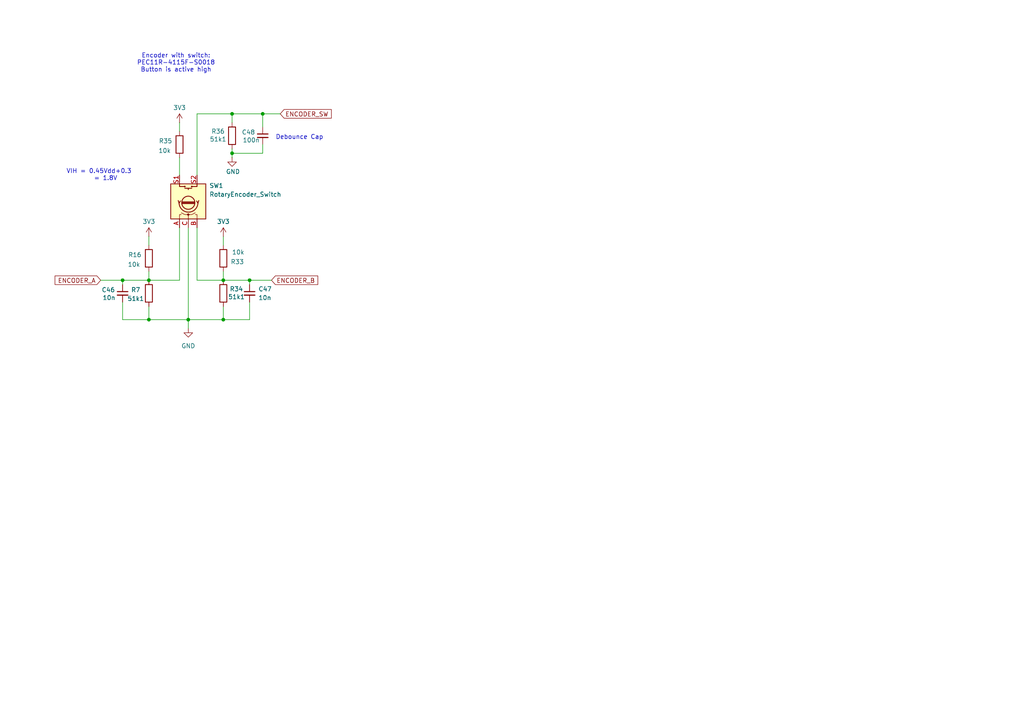
<source format=kicad_sch>
(kicad_sch
	(version 20231120)
	(generator "eeschema")
	(generator_version "8.0")
	(uuid "d34ee433-22cb-4a32-b7e4-88251cad530b")
	(paper "A4")
	(lib_symbols
		(symbol "Device:C_Small"
			(pin_numbers hide)
			(pin_names
				(offset 0.254) hide)
			(exclude_from_sim no)
			(in_bom yes)
			(on_board yes)
			(property "Reference" "C"
				(at 0.254 1.778 0)
				(effects
					(font
						(size 1.27 1.27)
					)
					(justify left)
				)
			)
			(property "Value" "C_Small"
				(at 0.254 -2.032 0)
				(effects
					(font
						(size 1.27 1.27)
					)
					(justify left)
				)
			)
			(property "Footprint" ""
				(at 0 0 0)
				(effects
					(font
						(size 1.27 1.27)
					)
					(hide yes)
				)
			)
			(property "Datasheet" "~"
				(at 0 0 0)
				(effects
					(font
						(size 1.27 1.27)
					)
					(hide yes)
				)
			)
			(property "Description" "Unpolarized capacitor, small symbol"
				(at 0 0 0)
				(effects
					(font
						(size 1.27 1.27)
					)
					(hide yes)
				)
			)
			(property "ki_keywords" "capacitor cap"
				(at 0 0 0)
				(effects
					(font
						(size 1.27 1.27)
					)
					(hide yes)
				)
			)
			(property "ki_fp_filters" "C_*"
				(at 0 0 0)
				(effects
					(font
						(size 1.27 1.27)
					)
					(hide yes)
				)
			)
			(symbol "C_Small_0_1"
				(polyline
					(pts
						(xy -1.524 -0.508) (xy 1.524 -0.508)
					)
					(stroke
						(width 0.3302)
						(type default)
					)
					(fill
						(type none)
					)
				)
				(polyline
					(pts
						(xy -1.524 0.508) (xy 1.524 0.508)
					)
					(stroke
						(width 0.3048)
						(type default)
					)
					(fill
						(type none)
					)
				)
			)
			(symbol "C_Small_1_1"
				(pin passive line
					(at 0 2.54 270)
					(length 2.032)
					(name "~"
						(effects
							(font
								(size 1.27 1.27)
							)
						)
					)
					(number "1"
						(effects
							(font
								(size 1.27 1.27)
							)
						)
					)
				)
				(pin passive line
					(at 0 -2.54 90)
					(length 2.032)
					(name "~"
						(effects
							(font
								(size 1.27 1.27)
							)
						)
					)
					(number "2"
						(effects
							(font
								(size 1.27 1.27)
							)
						)
					)
				)
			)
		)
		(symbol "Device:R"
			(pin_numbers hide)
			(pin_names
				(offset 0)
			)
			(exclude_from_sim no)
			(in_bom yes)
			(on_board yes)
			(property "Reference" "R"
				(at 2.032 0 90)
				(effects
					(font
						(size 1.27 1.27)
					)
				)
			)
			(property "Value" "R"
				(at 0 0 90)
				(effects
					(font
						(size 1.27 1.27)
					)
				)
			)
			(property "Footprint" ""
				(at -1.778 0 90)
				(effects
					(font
						(size 1.27 1.27)
					)
					(hide yes)
				)
			)
			(property "Datasheet" "~"
				(at 0 0 0)
				(effects
					(font
						(size 1.27 1.27)
					)
					(hide yes)
				)
			)
			(property "Description" "Resistor"
				(at 0 0 0)
				(effects
					(font
						(size 1.27 1.27)
					)
					(hide yes)
				)
			)
			(property "ki_keywords" "R res resistor"
				(at 0 0 0)
				(effects
					(font
						(size 1.27 1.27)
					)
					(hide yes)
				)
			)
			(property "ki_fp_filters" "R_*"
				(at 0 0 0)
				(effects
					(font
						(size 1.27 1.27)
					)
					(hide yes)
				)
			)
			(symbol "R_0_1"
				(rectangle
					(start -1.016 -2.54)
					(end 1.016 2.54)
					(stroke
						(width 0.254)
						(type default)
					)
					(fill
						(type none)
					)
				)
			)
			(symbol "R_1_1"
				(pin passive line
					(at 0 3.81 270)
					(length 1.27)
					(name "~"
						(effects
							(font
								(size 1.27 1.27)
							)
						)
					)
					(number "1"
						(effects
							(font
								(size 1.27 1.27)
							)
						)
					)
				)
				(pin passive line
					(at 0 -3.81 90)
					(length 1.27)
					(name "~"
						(effects
							(font
								(size 1.27 1.27)
							)
						)
					)
					(number "2"
						(effects
							(font
								(size 1.27 1.27)
							)
						)
					)
				)
			)
		)
		(symbol "Device:RotaryEncoder_Switch"
			(pin_names
				(offset 0.254) hide)
			(exclude_from_sim no)
			(in_bom yes)
			(on_board yes)
			(property "Reference" "SW"
				(at 0 6.604 0)
				(effects
					(font
						(size 1.27 1.27)
					)
				)
			)
			(property "Value" "RotaryEncoder_Switch"
				(at 0 -6.604 0)
				(effects
					(font
						(size 1.27 1.27)
					)
				)
			)
			(property "Footprint" ""
				(at -3.81 4.064 0)
				(effects
					(font
						(size 1.27 1.27)
					)
					(hide yes)
				)
			)
			(property "Datasheet" "~"
				(at 0 6.604 0)
				(effects
					(font
						(size 1.27 1.27)
					)
					(hide yes)
				)
			)
			(property "Description" "Rotary encoder, dual channel, incremental quadrate outputs, with switch"
				(at 0 0 0)
				(effects
					(font
						(size 1.27 1.27)
					)
					(hide yes)
				)
			)
			(property "ki_keywords" "rotary switch encoder switch push button"
				(at 0 0 0)
				(effects
					(font
						(size 1.27 1.27)
					)
					(hide yes)
				)
			)
			(property "ki_fp_filters" "RotaryEncoder*Switch*"
				(at 0 0 0)
				(effects
					(font
						(size 1.27 1.27)
					)
					(hide yes)
				)
			)
			(symbol "RotaryEncoder_Switch_0_1"
				(rectangle
					(start -5.08 5.08)
					(end 5.08 -5.08)
					(stroke
						(width 0.254)
						(type default)
					)
					(fill
						(type background)
					)
				)
				(circle
					(center -3.81 0)
					(radius 0.254)
					(stroke
						(width 0)
						(type default)
					)
					(fill
						(type outline)
					)
				)
				(circle
					(center -0.381 0)
					(radius 1.905)
					(stroke
						(width 0.254)
						(type default)
					)
					(fill
						(type none)
					)
				)
				(arc
					(start -0.381 2.667)
					(mid -3.0988 -0.0635)
					(end -0.381 -2.794)
					(stroke
						(width 0.254)
						(type default)
					)
					(fill
						(type none)
					)
				)
				(polyline
					(pts
						(xy -0.635 -1.778) (xy -0.635 1.778)
					)
					(stroke
						(width 0.254)
						(type default)
					)
					(fill
						(type none)
					)
				)
				(polyline
					(pts
						(xy -0.381 -1.778) (xy -0.381 1.778)
					)
					(stroke
						(width 0.254)
						(type default)
					)
					(fill
						(type none)
					)
				)
				(polyline
					(pts
						(xy -0.127 1.778) (xy -0.127 -1.778)
					)
					(stroke
						(width 0.254)
						(type default)
					)
					(fill
						(type none)
					)
				)
				(polyline
					(pts
						(xy 3.81 0) (xy 3.429 0)
					)
					(stroke
						(width 0.254)
						(type default)
					)
					(fill
						(type none)
					)
				)
				(polyline
					(pts
						(xy 3.81 1.016) (xy 3.81 -1.016)
					)
					(stroke
						(width 0.254)
						(type default)
					)
					(fill
						(type none)
					)
				)
				(polyline
					(pts
						(xy -5.08 -2.54) (xy -3.81 -2.54) (xy -3.81 -2.032)
					)
					(stroke
						(width 0)
						(type default)
					)
					(fill
						(type none)
					)
				)
				(polyline
					(pts
						(xy -5.08 2.54) (xy -3.81 2.54) (xy -3.81 2.032)
					)
					(stroke
						(width 0)
						(type default)
					)
					(fill
						(type none)
					)
				)
				(polyline
					(pts
						(xy 0.254 -3.048) (xy -0.508 -2.794) (xy 0.127 -2.413)
					)
					(stroke
						(width 0.254)
						(type default)
					)
					(fill
						(type none)
					)
				)
				(polyline
					(pts
						(xy 0.254 2.921) (xy -0.508 2.667) (xy 0.127 2.286)
					)
					(stroke
						(width 0.254)
						(type default)
					)
					(fill
						(type none)
					)
				)
				(polyline
					(pts
						(xy 5.08 -2.54) (xy 4.318 -2.54) (xy 4.318 -1.016)
					)
					(stroke
						(width 0.254)
						(type default)
					)
					(fill
						(type none)
					)
				)
				(polyline
					(pts
						(xy 5.08 2.54) (xy 4.318 2.54) (xy 4.318 1.016)
					)
					(stroke
						(width 0.254)
						(type default)
					)
					(fill
						(type none)
					)
				)
				(polyline
					(pts
						(xy -5.08 0) (xy -3.81 0) (xy -3.81 -1.016) (xy -3.302 -2.032)
					)
					(stroke
						(width 0)
						(type default)
					)
					(fill
						(type none)
					)
				)
				(polyline
					(pts
						(xy -4.318 0) (xy -3.81 0) (xy -3.81 1.016) (xy -3.302 2.032)
					)
					(stroke
						(width 0)
						(type default)
					)
					(fill
						(type none)
					)
				)
				(circle
					(center 4.318 -1.016)
					(radius 0.127)
					(stroke
						(width 0.254)
						(type default)
					)
					(fill
						(type none)
					)
				)
				(circle
					(center 4.318 1.016)
					(radius 0.127)
					(stroke
						(width 0.254)
						(type default)
					)
					(fill
						(type none)
					)
				)
			)
			(symbol "RotaryEncoder_Switch_1_1"
				(pin passive line
					(at -7.62 2.54 0)
					(length 2.54)
					(name "A"
						(effects
							(font
								(size 1.27 1.27)
							)
						)
					)
					(number "A"
						(effects
							(font
								(size 1.27 1.27)
							)
						)
					)
				)
				(pin passive line
					(at -7.62 -2.54 0)
					(length 2.54)
					(name "B"
						(effects
							(font
								(size 1.27 1.27)
							)
						)
					)
					(number "B"
						(effects
							(font
								(size 1.27 1.27)
							)
						)
					)
				)
				(pin passive line
					(at -7.62 0 0)
					(length 2.54)
					(name "C"
						(effects
							(font
								(size 1.27 1.27)
							)
						)
					)
					(number "C"
						(effects
							(font
								(size 1.27 1.27)
							)
						)
					)
				)
				(pin passive line
					(at 7.62 2.54 180)
					(length 2.54)
					(name "S1"
						(effects
							(font
								(size 1.27 1.27)
							)
						)
					)
					(number "S1"
						(effects
							(font
								(size 1.27 1.27)
							)
						)
					)
				)
				(pin passive line
					(at 7.62 -2.54 180)
					(length 2.54)
					(name "S2"
						(effects
							(font
								(size 1.27 1.27)
							)
						)
					)
					(number "S2"
						(effects
							(font
								(size 1.27 1.27)
							)
						)
					)
				)
			)
		)
		(symbol "power:+3.3V"
			(power)
			(pin_numbers hide)
			(pin_names
				(offset 0) hide)
			(exclude_from_sim no)
			(in_bom yes)
			(on_board yes)
			(property "Reference" "#PWR"
				(at 0 -3.81 0)
				(effects
					(font
						(size 1.27 1.27)
					)
					(hide yes)
				)
			)
			(property "Value" "+3.3V"
				(at 0 3.556 0)
				(effects
					(font
						(size 1.27 1.27)
					)
				)
			)
			(property "Footprint" ""
				(at 0 0 0)
				(effects
					(font
						(size 1.27 1.27)
					)
					(hide yes)
				)
			)
			(property "Datasheet" ""
				(at 0 0 0)
				(effects
					(font
						(size 1.27 1.27)
					)
					(hide yes)
				)
			)
			(property "Description" "Power symbol creates a global label with name \"+3.3V\""
				(at 0 0 0)
				(effects
					(font
						(size 1.27 1.27)
					)
					(hide yes)
				)
			)
			(property "ki_keywords" "global power"
				(at 0 0 0)
				(effects
					(font
						(size 1.27 1.27)
					)
					(hide yes)
				)
			)
			(symbol "+3.3V_0_1"
				(polyline
					(pts
						(xy -0.762 1.27) (xy 0 2.54)
					)
					(stroke
						(width 0)
						(type default)
					)
					(fill
						(type none)
					)
				)
				(polyline
					(pts
						(xy 0 0) (xy 0 2.54)
					)
					(stroke
						(width 0)
						(type default)
					)
					(fill
						(type none)
					)
				)
				(polyline
					(pts
						(xy 0 2.54) (xy 0.762 1.27)
					)
					(stroke
						(width 0)
						(type default)
					)
					(fill
						(type none)
					)
				)
			)
			(symbol "+3.3V_1_1"
				(pin power_in line
					(at 0 0 90)
					(length 0)
					(name "~"
						(effects
							(font
								(size 1.27 1.27)
							)
						)
					)
					(number "1"
						(effects
							(font
								(size 1.27 1.27)
							)
						)
					)
				)
			)
		)
		(symbol "power:GND"
			(power)
			(pin_numbers hide)
			(pin_names
				(offset 0) hide)
			(exclude_from_sim no)
			(in_bom yes)
			(on_board yes)
			(property "Reference" "#PWR"
				(at 0 -6.35 0)
				(effects
					(font
						(size 1.27 1.27)
					)
					(hide yes)
				)
			)
			(property "Value" "GND"
				(at 0 -3.81 0)
				(effects
					(font
						(size 1.27 1.27)
					)
				)
			)
			(property "Footprint" ""
				(at 0 0 0)
				(effects
					(font
						(size 1.27 1.27)
					)
					(hide yes)
				)
			)
			(property "Datasheet" ""
				(at 0 0 0)
				(effects
					(font
						(size 1.27 1.27)
					)
					(hide yes)
				)
			)
			(property "Description" "Power symbol creates a global label with name \"GND\" , ground"
				(at 0 0 0)
				(effects
					(font
						(size 1.27 1.27)
					)
					(hide yes)
				)
			)
			(property "ki_keywords" "global power"
				(at 0 0 0)
				(effects
					(font
						(size 1.27 1.27)
					)
					(hide yes)
				)
			)
			(symbol "GND_0_1"
				(polyline
					(pts
						(xy 0 0) (xy 0 -1.27) (xy 1.27 -1.27) (xy 0 -2.54) (xy -1.27 -1.27) (xy 0 -1.27)
					)
					(stroke
						(width 0)
						(type default)
					)
					(fill
						(type none)
					)
				)
			)
			(symbol "GND_1_1"
				(pin power_in line
					(at 0 0 270)
					(length 0)
					(name "~"
						(effects
							(font
								(size 1.27 1.27)
							)
						)
					)
					(number "1"
						(effects
							(font
								(size 1.27 1.27)
							)
						)
					)
				)
			)
		)
	)
	(junction
		(at 54.61 92.71)
		(diameter 0)
		(color 0 0 0 0)
		(uuid "2c6850a5-fc1f-4583-91a9-e9cb7677f442")
	)
	(junction
		(at 72.39 81.28)
		(diameter 0)
		(color 0 0 0 0)
		(uuid "51fe57c5-b6f5-4dca-be59-ceee8e982255")
	)
	(junction
		(at 64.77 81.28)
		(diameter 0)
		(color 0 0 0 0)
		(uuid "58558e82-da22-42cb-ab2e-b4fddae4d442")
	)
	(junction
		(at 67.31 44.45)
		(diameter 0)
		(color 0 0 0 0)
		(uuid "6ac7462b-9b4e-43ce-97cd-0bc550785589")
	)
	(junction
		(at 64.77 92.71)
		(diameter 0)
		(color 0 0 0 0)
		(uuid "6fcaaed7-a3fb-4ea4-873c-d3274a175b48")
	)
	(junction
		(at 43.18 92.71)
		(diameter 0)
		(color 0 0 0 0)
		(uuid "8e4b2986-7afa-437f-8603-f0390c7da2a3")
	)
	(junction
		(at 67.31 33.02)
		(diameter 0)
		(color 0 0 0 0)
		(uuid "a2cccc91-c071-4d95-a978-d1b1d6bd6b9e")
	)
	(junction
		(at 76.2 33.02)
		(diameter 0)
		(color 0 0 0 0)
		(uuid "b7571f8a-bf8b-488f-b544-f36046ccd684")
	)
	(junction
		(at 35.56 81.28)
		(diameter 0)
		(color 0 0 0 0)
		(uuid "e62549a8-862a-4f34-885c-0bfadcab1c00")
	)
	(junction
		(at 43.18 81.28)
		(diameter 0)
		(color 0 0 0 0)
		(uuid "e7451e03-93af-4b3a-b180-e3fbcb63b58b")
	)
	(wire
		(pts
			(xy 52.07 35.56) (xy 52.07 38.1)
		)
		(stroke
			(width 0)
			(type default)
		)
		(uuid "021df5df-b625-4631-a9ca-32a80ac04465")
	)
	(wire
		(pts
			(xy 64.77 81.28) (xy 72.39 81.28)
		)
		(stroke
			(width 0)
			(type default)
		)
		(uuid "16289668-7d90-4c5c-9570-0180a791f386")
	)
	(wire
		(pts
			(xy 52.07 66.04) (xy 52.07 81.28)
		)
		(stroke
			(width 0)
			(type default)
		)
		(uuid "1ccaa23e-17d1-4e96-954b-73f5c94a55ba")
	)
	(wire
		(pts
			(xy 67.31 44.45) (xy 76.2 44.45)
		)
		(stroke
			(width 0)
			(type default)
		)
		(uuid "1e043146-66b7-4066-b053-97d3e9dadaec")
	)
	(wire
		(pts
			(xy 43.18 88.9) (xy 43.18 92.71)
		)
		(stroke
			(width 0)
			(type default)
		)
		(uuid "243d5610-2e0b-4e5b-9649-771b7808711b")
	)
	(wire
		(pts
			(xy 35.56 92.71) (xy 43.18 92.71)
		)
		(stroke
			(width 0)
			(type default)
		)
		(uuid "3692f164-f2c8-4ac7-a910-ba8cae0c98c3")
	)
	(wire
		(pts
			(xy 72.39 87.63) (xy 72.39 92.71)
		)
		(stroke
			(width 0)
			(type default)
		)
		(uuid "38a433a6-cceb-4f42-93e2-69c1f77a86ad")
	)
	(wire
		(pts
			(xy 72.39 92.71) (xy 64.77 92.71)
		)
		(stroke
			(width 0)
			(type default)
		)
		(uuid "3e9d5cf3-7024-441d-a51b-cb68886d2e6b")
	)
	(wire
		(pts
			(xy 52.07 45.72) (xy 52.07 50.8)
		)
		(stroke
			(width 0)
			(type default)
		)
		(uuid "4100aee9-c9b8-4858-a904-7cdedc618c6e")
	)
	(wire
		(pts
			(xy 72.39 81.28) (xy 78.74 81.28)
		)
		(stroke
			(width 0)
			(type default)
		)
		(uuid "4376d32b-bdaa-4415-8abd-e7c235791134")
	)
	(wire
		(pts
			(xy 35.56 87.63) (xy 35.56 92.71)
		)
		(stroke
			(width 0)
			(type default)
		)
		(uuid "46a80237-7490-438d-91fd-3ecd180460c4")
	)
	(wire
		(pts
			(xy 52.07 81.28) (xy 43.18 81.28)
		)
		(stroke
			(width 0)
			(type default)
		)
		(uuid "5bab923c-bb69-45c7-bce7-b5e81e66546c")
	)
	(wire
		(pts
			(xy 64.77 88.9) (xy 64.77 92.71)
		)
		(stroke
			(width 0)
			(type default)
		)
		(uuid "60e7d8f2-bc55-4615-bb07-27381b1fff44")
	)
	(wire
		(pts
			(xy 29.21 81.28) (xy 35.56 81.28)
		)
		(stroke
			(width 0)
			(type default)
		)
		(uuid "7088ea22-0a04-444f-ad38-a3cdb8c711c1")
	)
	(wire
		(pts
			(xy 57.15 33.02) (xy 57.15 50.8)
		)
		(stroke
			(width 0)
			(type default)
		)
		(uuid "728a396a-4553-4eba-b674-0947e6029024")
	)
	(wire
		(pts
			(xy 35.56 81.28) (xy 43.18 81.28)
		)
		(stroke
			(width 0)
			(type default)
		)
		(uuid "7312affd-cd95-4adf-8c6e-33f7f50ef9d5")
	)
	(wire
		(pts
			(xy 67.31 33.02) (xy 57.15 33.02)
		)
		(stroke
			(width 0)
			(type default)
		)
		(uuid "75135fce-8d4f-49b7-a70b-d05eb80111ff")
	)
	(wire
		(pts
			(xy 72.39 82.55) (xy 72.39 81.28)
		)
		(stroke
			(width 0)
			(type default)
		)
		(uuid "756ed008-7539-47ae-938b-aa020a52b1eb")
	)
	(wire
		(pts
			(xy 67.31 35.56) (xy 67.31 33.02)
		)
		(stroke
			(width 0)
			(type default)
		)
		(uuid "763287fa-b13d-4d78-a8e6-829472362edf")
	)
	(wire
		(pts
			(xy 43.18 92.71) (xy 54.61 92.71)
		)
		(stroke
			(width 0)
			(type default)
		)
		(uuid "7a662953-3a15-45a2-b6ab-c86c16a29c9f")
	)
	(wire
		(pts
			(xy 67.31 44.45) (xy 67.31 45.72)
		)
		(stroke
			(width 0)
			(type default)
		)
		(uuid "7f6e4c6d-549b-4d38-a761-f7587b878d47")
	)
	(wire
		(pts
			(xy 67.31 33.02) (xy 76.2 33.02)
		)
		(stroke
			(width 0)
			(type default)
		)
		(uuid "85115ebe-28f5-4919-8883-46dedc0f310e")
	)
	(wire
		(pts
			(xy 43.18 78.74) (xy 43.18 81.28)
		)
		(stroke
			(width 0)
			(type default)
		)
		(uuid "8618ea38-61d1-49d0-9618-82df2df3e984")
	)
	(wire
		(pts
			(xy 76.2 33.02) (xy 81.28 33.02)
		)
		(stroke
			(width 0)
			(type default)
		)
		(uuid "88a305c4-5d28-4666-9948-47134097c5ad")
	)
	(wire
		(pts
			(xy 57.15 66.04) (xy 57.15 81.28)
		)
		(stroke
			(width 0)
			(type default)
		)
		(uuid "8a10e7ea-3d9f-4abc-b32f-823269af7945")
	)
	(wire
		(pts
			(xy 64.77 78.74) (xy 64.77 81.28)
		)
		(stroke
			(width 0)
			(type default)
		)
		(uuid "92e1e698-3444-4aeb-8aa8-055bee55f2b2")
	)
	(wire
		(pts
			(xy 54.61 92.71) (xy 64.77 92.71)
		)
		(stroke
			(width 0)
			(type default)
		)
		(uuid "96c75e6f-7236-4906-8622-7af6c215a5fd")
	)
	(wire
		(pts
			(xy 57.15 81.28) (xy 64.77 81.28)
		)
		(stroke
			(width 0)
			(type default)
		)
		(uuid "9e3bff76-93ab-4c50-9a69-e5f3e2ed7901")
	)
	(wire
		(pts
			(xy 67.31 43.18) (xy 67.31 44.45)
		)
		(stroke
			(width 0)
			(type default)
		)
		(uuid "a91f414d-84e6-4507-98dc-a50a9cb0426e")
	)
	(wire
		(pts
			(xy 54.61 66.04) (xy 54.61 92.71)
		)
		(stroke
			(width 0)
			(type default)
		)
		(uuid "aa330681-6e6d-472f-8c8e-42258d1dcc4f")
	)
	(wire
		(pts
			(xy 76.2 36.83) (xy 76.2 33.02)
		)
		(stroke
			(width 0)
			(type default)
		)
		(uuid "b1dada8d-db31-4fc5-aa48-2d85e8161bd1")
	)
	(wire
		(pts
			(xy 54.61 92.71) (xy 54.61 95.25)
		)
		(stroke
			(width 0)
			(type default)
		)
		(uuid "c870024c-5d00-4472-ac55-888ea9484b99")
	)
	(wire
		(pts
			(xy 76.2 41.91) (xy 76.2 44.45)
		)
		(stroke
			(width 0)
			(type default)
		)
		(uuid "c9093340-8c09-4b3f-88d7-2d633aa61872")
	)
	(wire
		(pts
			(xy 64.77 68.58) (xy 64.77 71.12)
		)
		(stroke
			(width 0)
			(type default)
		)
		(uuid "caf04c61-2b92-44c3-ae39-97c999665dcf")
	)
	(wire
		(pts
			(xy 35.56 82.55) (xy 35.56 81.28)
		)
		(stroke
			(width 0)
			(type default)
		)
		(uuid "f7800d43-cbe2-4e7c-ab91-6720c38e6556")
	)
	(wire
		(pts
			(xy 43.18 68.58) (xy 43.18 71.12)
		)
		(stroke
			(width 0)
			(type default)
		)
		(uuid "fd23cbc9-453b-40c3-b522-49479359d956")
	)
	(text "Encoder with switch:\nPEC11R-4115F-S0018\nButton is active high"
		(exclude_from_sim no)
		(at 51.054 18.288 0)
		(effects
			(font
				(size 1.27 1.27)
			)
		)
		(uuid "47286fc5-5400-4f13-8abf-468aec6658ad")
	)
	(text "Debounce Cap"
		(exclude_from_sim no)
		(at 86.868 39.878 0)
		(effects
			(font
				(size 1.27 1.27)
			)
		)
		(uuid "d8aedba0-4952-4890-8693-a5bdf4428c4c")
	)
	(text "VIH = 0.45Vdd+0.3\n    = 1.8V"
		(exclude_from_sim no)
		(at 28.702 50.8 0)
		(effects
			(font
				(size 1.27 1.27)
			)
		)
		(uuid "f5013b3a-702a-48d3-8ef6-8bf4fc702b15")
	)
	(global_label "ENCODER_A"
		(shape input)
		(at 29.21 81.28 180)
		(fields_autoplaced yes)
		(effects
			(font
				(size 1.27 1.27)
			)
			(justify right)
		)
		(uuid "1723247d-2fd3-48f5-a2ab-912354251fe8")
		(property "Intersheetrefs" "${INTERSHEET_REFS}"
			(at 15.3996 81.28 0)
			(effects
				(font
					(size 1.27 1.27)
				)
				(justify right)
				(hide yes)
			)
		)
	)
	(global_label "ENCODER_B"
		(shape input)
		(at 78.74 81.28 0)
		(fields_autoplaced yes)
		(effects
			(font
				(size 1.27 1.27)
			)
			(justify left)
		)
		(uuid "6f6eceb1-8fd2-4bab-9106-819f8190e000")
		(property "Intersheetrefs" "${INTERSHEET_REFS}"
			(at 92.7318 81.28 0)
			(effects
				(font
					(size 1.27 1.27)
				)
				(justify left)
				(hide yes)
			)
		)
	)
	(global_label "ENCODER_SW"
		(shape input)
		(at 81.28 33.02 0)
		(fields_autoplaced yes)
		(effects
			(font
				(size 1.27 1.27)
			)
			(justify left)
		)
		(uuid "86ba926f-7fd6-4ca0-b0bc-f8d066e417a3")
		(property "Intersheetrefs" "${INTERSHEET_REFS}"
			(at 96.6627 33.02 0)
			(effects
				(font
					(size 1.27 1.27)
				)
				(justify left)
				(hide yes)
			)
		)
	)
	(symbol
		(lib_id "Device:RotaryEncoder_Switch")
		(at 54.61 58.42 90)
		(unit 1)
		(exclude_from_sim no)
		(in_bom yes)
		(on_board yes)
		(dnp no)
		(uuid "03177e81-fb9f-42e0-9ccb-7494fbc0d381")
		(property "Reference" "SW1"
			(at 60.706 53.848 90)
			(effects
				(font
					(size 1.27 1.27)
				)
				(justify right)
			)
		)
		(property "Value" "RotaryEncoder_Switch"
			(at 60.706 56.388 90)
			(effects
				(font
					(size 1.27 1.27)
				)
				(justify right)
			)
		)
		(property "Footprint" ""
			(at 50.546 62.23 0)
			(effects
				(font
					(size 1.27 1.27)
				)
				(hide yes)
			)
		)
		(property "Datasheet" "~"
			(at 48.006 58.42 0)
			(effects
				(font
					(size 1.27 1.27)
				)
				(hide yes)
			)
		)
		(property "Description" "Rotary encoder, dual channel, incremental quadrate outputs, with switch"
			(at 54.61 58.42 0)
			(effects
				(font
					(size 1.27 1.27)
				)
				(hide yes)
			)
		)
		(pin "S2"
			(uuid "5ee38a65-8c22-459e-b27b-a4cb9fb1bd20")
		)
		(pin "A"
			(uuid "1fd162ed-c98f-42c4-aaa5-8f405a747fb8")
		)
		(pin "B"
			(uuid "5af72d79-7a6c-47bb-83a4-e43ab47fad27")
		)
		(pin "S1"
			(uuid "ae64eaa1-1d84-4caa-a419-8aad6bbc42d7")
		)
		(pin "C"
			(uuid "b89da952-d2a9-4f38-8cf6-d9fbf67416f4")
		)
		(instances
			(project "Garden Control System"
				(path "/be495e14-3da3-4129-8396-1871cb6cba29/01517a23-0931-4c0b-b83e-f956d6a90b14"
					(reference "SW1")
					(unit 1)
				)
			)
		)
	)
	(symbol
		(lib_id "power:GND")
		(at 67.31 45.72 0)
		(unit 1)
		(exclude_from_sim no)
		(in_bom yes)
		(on_board yes)
		(dnp no)
		(uuid "38e9e076-07c6-41a6-aaa4-c9f259d53987")
		(property "Reference" "#PWR063"
			(at 67.31 52.07 0)
			(effects
				(font
					(size 1.27 1.27)
				)
				(hide yes)
			)
		)
		(property "Value" "GND"
			(at 67.564 49.784 0)
			(effects
				(font
					(size 1.27 1.27)
				)
			)
		)
		(property "Footprint" ""
			(at 67.31 45.72 0)
			(effects
				(font
					(size 1.27 1.27)
				)
				(hide yes)
			)
		)
		(property "Datasheet" ""
			(at 67.31 45.72 0)
			(effects
				(font
					(size 1.27 1.27)
				)
				(hide yes)
			)
		)
		(property "Description" "Power symbol creates a global label with name \"GND\" , ground"
			(at 67.31 45.72 0)
			(effects
				(font
					(size 1.27 1.27)
				)
				(hide yes)
			)
		)
		(pin "1"
			(uuid "143d1109-f54a-4e04-a8bd-3bf5be925d08")
		)
		(instances
			(project "Garden Control System"
				(path "/be495e14-3da3-4129-8396-1871cb6cba29/01517a23-0931-4c0b-b83e-f956d6a90b14"
					(reference "#PWR063")
					(unit 1)
				)
			)
		)
	)
	(symbol
		(lib_id "power:+3.3V")
		(at 52.07 35.56 0)
		(unit 1)
		(exclude_from_sim no)
		(in_bom yes)
		(on_board yes)
		(dnp no)
		(uuid "3b4b1ee0-e2c0-4d8a-a0f1-4a4174068cf6")
		(property "Reference" "#PWR065"
			(at 52.07 39.37 0)
			(effects
				(font
					(size 1.27 1.27)
				)
				(hide yes)
			)
		)
		(property "Value" "3V3"
			(at 52.07 31.242 0)
			(effects
				(font
					(size 1.27 1.27)
				)
			)
		)
		(property "Footprint" ""
			(at 52.07 35.56 0)
			(effects
				(font
					(size 1.27 1.27)
				)
				(hide yes)
			)
		)
		(property "Datasheet" ""
			(at 52.07 35.56 0)
			(effects
				(font
					(size 1.27 1.27)
				)
				(hide yes)
			)
		)
		(property "Description" "Power symbol creates a global label with name \"+3.3V\""
			(at 52.07 35.56 0)
			(effects
				(font
					(size 1.27 1.27)
				)
				(hide yes)
			)
		)
		(pin "1"
			(uuid "1175b3d0-792a-45f0-9375-e04e66264690")
		)
		(instances
			(project "Garden Control System"
				(path "/be495e14-3da3-4129-8396-1871cb6cba29/01517a23-0931-4c0b-b83e-f956d6a90b14"
					(reference "#PWR065")
					(unit 1)
				)
			)
		)
	)
	(symbol
		(lib_id "Device:R")
		(at 64.77 85.09 0)
		(unit 1)
		(exclude_from_sim no)
		(in_bom yes)
		(on_board yes)
		(dnp no)
		(uuid "4dd7f997-ed16-46a2-a0c0-cd7afa451023")
		(property "Reference" "R34"
			(at 68.58 83.82 0)
			(effects
				(font
					(size 1.27 1.27)
				)
			)
		)
		(property "Value" "51k1"
			(at 68.58 86.106 0)
			(effects
				(font
					(size 1.27 1.27)
				)
			)
		)
		(property "Footprint" ""
			(at 62.992 85.09 90)
			(effects
				(font
					(size 1.27 1.27)
				)
				(hide yes)
			)
		)
		(property "Datasheet" "~"
			(at 64.77 85.09 0)
			(effects
				(font
					(size 1.27 1.27)
				)
				(hide yes)
			)
		)
		(property "Description" ""
			(at 64.77 85.09 0)
			(effects
				(font
					(size 1.27 1.27)
				)
				(hide yes)
			)
		)
		(pin "1"
			(uuid "fc76b7a0-637e-437e-90c5-25c2148fcc84")
		)
		(pin "2"
			(uuid "b127df83-8379-4d01-a436-687ead0e5ea3")
		)
		(instances
			(project "Garden Control System"
				(path "/be495e14-3da3-4129-8396-1871cb6cba29/01517a23-0931-4c0b-b83e-f956d6a90b14"
					(reference "R34")
					(unit 1)
				)
			)
		)
	)
	(symbol
		(lib_id "Device:R")
		(at 52.07 41.91 0)
		(unit 1)
		(exclude_from_sim no)
		(in_bom yes)
		(on_board yes)
		(dnp no)
		(uuid "6c9d2b8e-2337-418b-9faf-25461a21da1b")
		(property "Reference" "R35"
			(at 48.006 40.894 0)
			(effects
				(font
					(size 1.27 1.27)
				)
			)
		)
		(property "Value" "10k"
			(at 47.752 43.688 0)
			(effects
				(font
					(size 1.27 1.27)
				)
			)
		)
		(property "Footprint" ""
			(at 50.292 41.91 90)
			(effects
				(font
					(size 1.27 1.27)
				)
				(hide yes)
			)
		)
		(property "Datasheet" "~"
			(at 52.07 41.91 0)
			(effects
				(font
					(size 1.27 1.27)
				)
				(hide yes)
			)
		)
		(property "Description" ""
			(at 52.07 41.91 0)
			(effects
				(font
					(size 1.27 1.27)
				)
				(hide yes)
			)
		)
		(pin "1"
			(uuid "643ed5c7-5ea7-42dc-a5ad-d33ccb9b0963")
		)
		(pin "2"
			(uuid "4934a9f2-1dbf-403d-980e-2c43176218ed")
		)
		(instances
			(project "Garden Control System"
				(path "/be495e14-3da3-4129-8396-1871cb6cba29/01517a23-0931-4c0b-b83e-f956d6a90b14"
					(reference "R35")
					(unit 1)
				)
			)
		)
	)
	(symbol
		(lib_id "power:+3.3V")
		(at 43.18 68.58 0)
		(unit 1)
		(exclude_from_sim no)
		(in_bom yes)
		(on_board yes)
		(dnp no)
		(uuid "6f6eafe0-5522-43a4-b93b-0a231b37fc56")
		(property "Reference" "#PWR061"
			(at 43.18 72.39 0)
			(effects
				(font
					(size 1.27 1.27)
				)
				(hide yes)
			)
		)
		(property "Value" "3V3"
			(at 43.18 64.262 0)
			(effects
				(font
					(size 1.27 1.27)
				)
			)
		)
		(property "Footprint" ""
			(at 43.18 68.58 0)
			(effects
				(font
					(size 1.27 1.27)
				)
				(hide yes)
			)
		)
		(property "Datasheet" ""
			(at 43.18 68.58 0)
			(effects
				(font
					(size 1.27 1.27)
				)
				(hide yes)
			)
		)
		(property "Description" "Power symbol creates a global label with name \"+3.3V\""
			(at 43.18 68.58 0)
			(effects
				(font
					(size 1.27 1.27)
				)
				(hide yes)
			)
		)
		(pin "1"
			(uuid "bf663b52-a096-41cd-896b-351b60ab90d8")
		)
		(instances
			(project "Garden Control System"
				(path "/be495e14-3da3-4129-8396-1871cb6cba29/01517a23-0931-4c0b-b83e-f956d6a90b14"
					(reference "#PWR061")
					(unit 1)
				)
			)
		)
	)
	(symbol
		(lib_id "power:GND")
		(at 54.61 95.25 0)
		(unit 1)
		(exclude_from_sim no)
		(in_bom yes)
		(on_board yes)
		(dnp no)
		(fields_autoplaced yes)
		(uuid "8a688e6c-1f55-4f68-8047-87b2379b6164")
		(property "Reference" "#PWR060"
			(at 54.61 101.6 0)
			(effects
				(font
					(size 1.27 1.27)
				)
				(hide yes)
			)
		)
		(property "Value" "GND"
			(at 54.61 100.33 0)
			(effects
				(font
					(size 1.27 1.27)
				)
			)
		)
		(property "Footprint" ""
			(at 54.61 95.25 0)
			(effects
				(font
					(size 1.27 1.27)
				)
				(hide yes)
			)
		)
		(property "Datasheet" ""
			(at 54.61 95.25 0)
			(effects
				(font
					(size 1.27 1.27)
				)
				(hide yes)
			)
		)
		(property "Description" "Power symbol creates a global label with name \"GND\" , ground"
			(at 54.61 95.25 0)
			(effects
				(font
					(size 1.27 1.27)
				)
				(hide yes)
			)
		)
		(pin "1"
			(uuid "a4360398-4056-44d8-a12f-fa62059ebcef")
		)
		(instances
			(project "Garden Control System"
				(path "/be495e14-3da3-4129-8396-1871cb6cba29/01517a23-0931-4c0b-b83e-f956d6a90b14"
					(reference "#PWR060")
					(unit 1)
				)
			)
		)
	)
	(symbol
		(lib_id "Device:C_Small")
		(at 76.2 39.37 0)
		(unit 1)
		(exclude_from_sim no)
		(in_bom yes)
		(on_board yes)
		(dnp no)
		(uuid "8d442e6f-1ac3-46c7-b48d-cd30daa693ec")
		(property "Reference" "C48"
			(at 70.104 38.354 0)
			(effects
				(font
					(size 1.27 1.27)
				)
				(justify left)
			)
		)
		(property "Value" "100n"
			(at 70.358 40.64 0)
			(effects
				(font
					(size 1.27 1.27)
				)
				(justify left)
			)
		)
		(property "Footprint" ""
			(at 76.2 39.37 0)
			(effects
				(font
					(size 1.27 1.27)
				)
				(hide yes)
			)
		)
		(property "Datasheet" "~"
			(at 76.2 39.37 0)
			(effects
				(font
					(size 1.27 1.27)
				)
				(hide yes)
			)
		)
		(property "Description" "Unpolarized capacitor, small symbol"
			(at 76.2 39.37 0)
			(effects
				(font
					(size 1.27 1.27)
				)
				(hide yes)
			)
		)
		(pin "2"
			(uuid "54b8ef09-2153-4758-acf0-6be9fc53d1bf")
		)
		(pin "1"
			(uuid "267b453f-dbbb-4d0f-af06-dcff23e07c3f")
		)
		(instances
			(project "Garden Control System"
				(path "/be495e14-3da3-4129-8396-1871cb6cba29/01517a23-0931-4c0b-b83e-f956d6a90b14"
					(reference "C48")
					(unit 1)
				)
			)
		)
	)
	(symbol
		(lib_id "Device:R")
		(at 43.18 74.93 0)
		(unit 1)
		(exclude_from_sim no)
		(in_bom yes)
		(on_board yes)
		(dnp no)
		(uuid "8dea5ed2-7ecf-4564-bcce-a0847bdec34f")
		(property "Reference" "R16"
			(at 39.116 73.914 0)
			(effects
				(font
					(size 1.27 1.27)
				)
			)
		)
		(property "Value" "10k"
			(at 38.862 76.708 0)
			(effects
				(font
					(size 1.27 1.27)
				)
			)
		)
		(property "Footprint" ""
			(at 41.402 74.93 90)
			(effects
				(font
					(size 1.27 1.27)
				)
				(hide yes)
			)
		)
		(property "Datasheet" "~"
			(at 43.18 74.93 0)
			(effects
				(font
					(size 1.27 1.27)
				)
				(hide yes)
			)
		)
		(property "Description" ""
			(at 43.18 74.93 0)
			(effects
				(font
					(size 1.27 1.27)
				)
				(hide yes)
			)
		)
		(pin "1"
			(uuid "7e12381c-0b88-45c8-9c5b-15314c2ba304")
		)
		(pin "2"
			(uuid "b3d11fc6-45cb-4bb5-95d6-6dd59cd7e3cf")
		)
		(instances
			(project "Garden Control System"
				(path "/be495e14-3da3-4129-8396-1871cb6cba29/01517a23-0931-4c0b-b83e-f956d6a90b14"
					(reference "R16")
					(unit 1)
				)
			)
		)
	)
	(symbol
		(lib_id "Device:R")
		(at 64.77 74.93 180)
		(unit 1)
		(exclude_from_sim no)
		(in_bom yes)
		(on_board yes)
		(dnp no)
		(uuid "98e1cc33-7737-469c-912f-cbf0ab02841f")
		(property "Reference" "R33"
			(at 68.834 75.946 0)
			(effects
				(font
					(size 1.27 1.27)
				)
			)
		)
		(property "Value" "10k"
			(at 69.088 73.152 0)
			(effects
				(font
					(size 1.27 1.27)
				)
			)
		)
		(property "Footprint" ""
			(at 66.548 74.93 90)
			(effects
				(font
					(size 1.27 1.27)
				)
				(hide yes)
			)
		)
		(property "Datasheet" "~"
			(at 64.77 74.93 0)
			(effects
				(font
					(size 1.27 1.27)
				)
				(hide yes)
			)
		)
		(property "Description" ""
			(at 64.77 74.93 0)
			(effects
				(font
					(size 1.27 1.27)
				)
				(hide yes)
			)
		)
		(pin "1"
			(uuid "e66c7c2a-727d-4450-b029-0df6fe6b07c5")
		)
		(pin "2"
			(uuid "0507f9cc-136d-43b2-b5ed-ebd8a3a63311")
		)
		(instances
			(project "Garden Control System"
				(path "/be495e14-3da3-4129-8396-1871cb6cba29/01517a23-0931-4c0b-b83e-f956d6a90b14"
					(reference "R33")
					(unit 1)
				)
			)
		)
	)
	(symbol
		(lib_id "Device:R")
		(at 67.31 39.37 180)
		(unit 1)
		(exclude_from_sim no)
		(in_bom yes)
		(on_board yes)
		(dnp no)
		(uuid "a2e542c7-71eb-4425-9608-1dfddc34ef82")
		(property "Reference" "R36"
			(at 63.246 38.1 0)
			(effects
				(font
					(size 1.27 1.27)
				)
			)
		)
		(property "Value" "51k1"
			(at 63.246 40.386 0)
			(effects
				(font
					(size 1.27 1.27)
				)
			)
		)
		(property "Footprint" ""
			(at 69.088 39.37 90)
			(effects
				(font
					(size 1.27 1.27)
				)
				(hide yes)
			)
		)
		(property "Datasheet" "~"
			(at 67.31 39.37 0)
			(effects
				(font
					(size 1.27 1.27)
				)
				(hide yes)
			)
		)
		(property "Description" ""
			(at 67.31 39.37 0)
			(effects
				(font
					(size 1.27 1.27)
				)
				(hide yes)
			)
		)
		(pin "1"
			(uuid "b4230b73-8822-4d69-a83d-67f77102af91")
		)
		(pin "2"
			(uuid "6c23518a-85c5-43ff-a69d-b705bb38d11f")
		)
		(instances
			(project "Garden Control System"
				(path "/be495e14-3da3-4129-8396-1871cb6cba29/01517a23-0931-4c0b-b83e-f956d6a90b14"
					(reference "R36")
					(unit 1)
				)
			)
		)
	)
	(symbol
		(lib_id "Device:R")
		(at 43.18 85.09 180)
		(unit 1)
		(exclude_from_sim no)
		(in_bom yes)
		(on_board yes)
		(dnp no)
		(uuid "e04fcddf-cad4-489c-93ce-adf1b80a838c")
		(property "Reference" "R7"
			(at 39.37 84.074 0)
			(effects
				(font
					(size 1.27 1.27)
				)
			)
		)
		(property "Value" "51k1"
			(at 39.37 86.614 0)
			(effects
				(font
					(size 1.27 1.27)
				)
			)
		)
		(property "Footprint" ""
			(at 44.958 85.09 90)
			(effects
				(font
					(size 1.27 1.27)
				)
				(hide yes)
			)
		)
		(property "Datasheet" "~"
			(at 43.18 85.09 0)
			(effects
				(font
					(size 1.27 1.27)
				)
				(hide yes)
			)
		)
		(property "Description" ""
			(at 43.18 85.09 0)
			(effects
				(font
					(size 1.27 1.27)
				)
				(hide yes)
			)
		)
		(pin "1"
			(uuid "052189bf-0cb0-4c39-ae8d-a1453b534ee9")
		)
		(pin "2"
			(uuid "2cccc71d-71bf-4ec0-b47f-020f3eb42884")
		)
		(instances
			(project "Garden Control System"
				(path "/be495e14-3da3-4129-8396-1871cb6cba29/01517a23-0931-4c0b-b83e-f956d6a90b14"
					(reference "R7")
					(unit 1)
				)
			)
		)
	)
	(symbol
		(lib_id "Device:C_Small")
		(at 35.56 85.09 0)
		(unit 1)
		(exclude_from_sim no)
		(in_bom yes)
		(on_board yes)
		(dnp no)
		(uuid "e16aafeb-5fec-4441-971a-7d7d8b7d97cd")
		(property "Reference" "C46"
			(at 29.464 84.074 0)
			(effects
				(font
					(size 1.27 1.27)
				)
				(justify left)
			)
		)
		(property "Value" "10n"
			(at 29.718 86.36 0)
			(effects
				(font
					(size 1.27 1.27)
				)
				(justify left)
			)
		)
		(property "Footprint" ""
			(at 35.56 85.09 0)
			(effects
				(font
					(size 1.27 1.27)
				)
				(hide yes)
			)
		)
		(property "Datasheet" "~"
			(at 35.56 85.09 0)
			(effects
				(font
					(size 1.27 1.27)
				)
				(hide yes)
			)
		)
		(property "Description" "Unpolarized capacitor, small symbol"
			(at 35.56 85.09 0)
			(effects
				(font
					(size 1.27 1.27)
				)
				(hide yes)
			)
		)
		(pin "2"
			(uuid "9747fdf4-fa84-4a25-bbee-36757bbfd5b7")
		)
		(pin "1"
			(uuid "c8144d13-fb31-4819-980b-e24138c17ced")
		)
		(instances
			(project "Garden Control System"
				(path "/be495e14-3da3-4129-8396-1871cb6cba29/01517a23-0931-4c0b-b83e-f956d6a90b14"
					(reference "C46")
					(unit 1)
				)
			)
		)
	)
	(symbol
		(lib_id "power:+3.3V")
		(at 64.77 68.58 0)
		(unit 1)
		(exclude_from_sim no)
		(in_bom yes)
		(on_board yes)
		(dnp no)
		(uuid "f04ceb0a-96a7-461b-91db-d67aaa0d4371")
		(property "Reference" "#PWR062"
			(at 64.77 72.39 0)
			(effects
				(font
					(size 1.27 1.27)
				)
				(hide yes)
			)
		)
		(property "Value" "3V3"
			(at 64.77 64.262 0)
			(effects
				(font
					(size 1.27 1.27)
				)
			)
		)
		(property "Footprint" ""
			(at 64.77 68.58 0)
			(effects
				(font
					(size 1.27 1.27)
				)
				(hide yes)
			)
		)
		(property "Datasheet" ""
			(at 64.77 68.58 0)
			(effects
				(font
					(size 1.27 1.27)
				)
				(hide yes)
			)
		)
		(property "Description" "Power symbol creates a global label with name \"+3.3V\""
			(at 64.77 68.58 0)
			(effects
				(font
					(size 1.27 1.27)
				)
				(hide yes)
			)
		)
		(pin "1"
			(uuid "2049b0af-5701-45a1-ae88-94d1c659d32b")
		)
		(instances
			(project "Garden Control System"
				(path "/be495e14-3da3-4129-8396-1871cb6cba29/01517a23-0931-4c0b-b83e-f956d6a90b14"
					(reference "#PWR062")
					(unit 1)
				)
			)
		)
	)
	(symbol
		(lib_id "Device:C_Small")
		(at 72.39 85.09 0)
		(unit 1)
		(exclude_from_sim no)
		(in_bom yes)
		(on_board yes)
		(dnp no)
		(fields_autoplaced yes)
		(uuid "f63ba475-02d0-41c9-8545-553f43eec9cf")
		(property "Reference" "C47"
			(at 74.93 83.8262 0)
			(effects
				(font
					(size 1.27 1.27)
				)
				(justify left)
			)
		)
		(property "Value" "10n"
			(at 74.93 86.3662 0)
			(effects
				(font
					(size 1.27 1.27)
				)
				(justify left)
			)
		)
		(property "Footprint" ""
			(at 72.39 85.09 0)
			(effects
				(font
					(size 1.27 1.27)
				)
				(hide yes)
			)
		)
		(property "Datasheet" "~"
			(at 72.39 85.09 0)
			(effects
				(font
					(size 1.27 1.27)
				)
				(hide yes)
			)
		)
		(property "Description" "Unpolarized capacitor, small symbol"
			(at 72.39 85.09 0)
			(effects
				(font
					(size 1.27 1.27)
				)
				(hide yes)
			)
		)
		(pin "2"
			(uuid "bcc03982-d784-48b6-b9a4-021a6b86c9de")
		)
		(pin "1"
			(uuid "fa4e7cc9-8a0a-4e2d-bd55-c2919907b618")
		)
		(instances
			(project "Garden Control System"
				(path "/be495e14-3da3-4129-8396-1871cb6cba29/01517a23-0931-4c0b-b83e-f956d6a90b14"
					(reference "C47")
					(unit 1)
				)
			)
		)
	)
)
</source>
